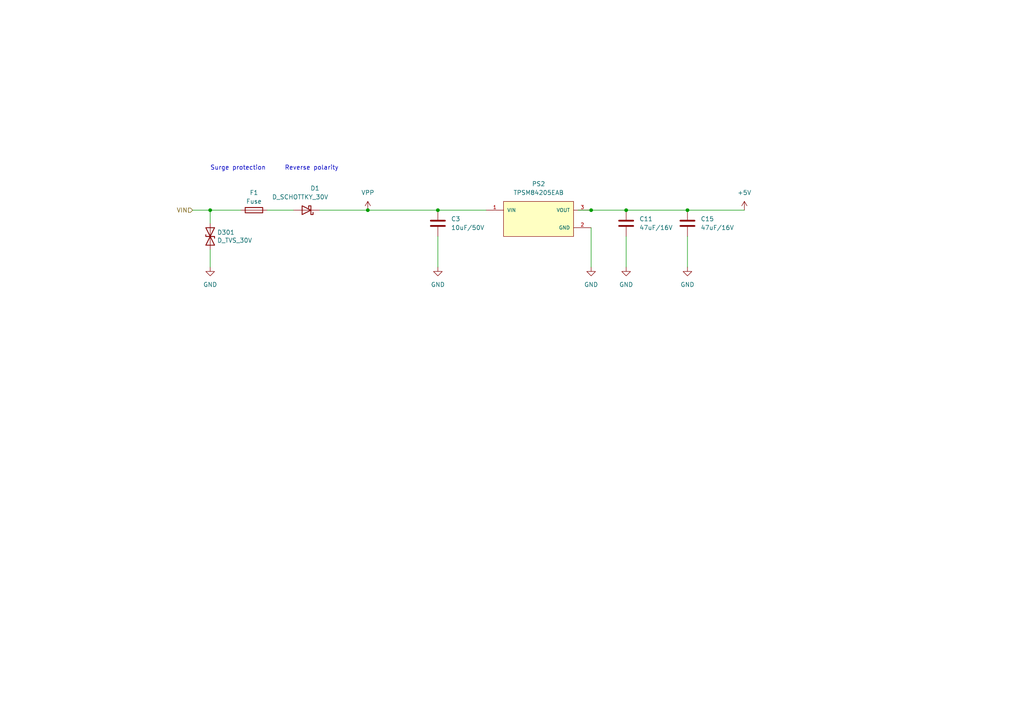
<source format=kicad_sch>
(kicad_sch (version 20230121) (generator eeschema)
  (paper "A4")
  (lib_symbols
    (symbol "Device:C" (pin_numbers hide) (pin_names (offset 0.254))
      (property "Reference" "C" (at 0.635 2.54 0))
      (property "Value" "C" (at 0.635 -2.54 0))
      (symbol "C_0_1"
        (polyline (pts (xy -2.032 -0.762) (xy 2.032 -0.762)) (stroke (width 0.508)))
        (polyline (pts (xy -2.032 0.762) (xy 2.032 0.762)) (stroke (width 0.508)))
      )
      (symbol "C_1_1"
        (pin passive line (at 0 3.81 270) (length 2.794) (name "~") (number "1"))
        (pin passive line (at 0 -3.81 90) (length 2.794) (name "~") (number "2"))
      )
    )
    (symbol "Device:D_Schottky" (pin_numbers hide) (pin_names (offset 1.016) hide)
      (property "Reference" "D" (at 0 2.54 0))
      (property "Value" "D_Schottky" (at 0 -2.54 0))
      (symbol "D_Schottky_0_1"
        (polyline (pts (xy 1.27 0) (xy -1.27 0)))
        (polyline (pts (xy 1.27 1.27) (xy 1.27 -1.27) (xy -1.27 0) (xy 1.27 1.27)) (stroke (width 0.254)))
        (polyline (pts (xy -1.905 0.635) (xy -1.905 1.27) (xy -1.27 1.27) (xy -1.27 -1.27) (xy -0.635 -1.27) (xy -0.635 -0.635)) (stroke (width 0.254)))
      )
      (symbol "D_Schottky_1_1"
        (pin passive line (at -3.81 0 0) (length 2.54) (name "K") (number "1"))
        (pin passive line (at 3.81 0 180) (length 2.54) (name "A") (number "2"))
      )
    )
    (symbol "Device:D_TVS" (pin_numbers hide) (pin_names (offset 1.016) hide)
      (property "Reference" "D" (at 0 2.54 0))
      (property "Value" "D_TVS" (at 0 -2.54 0))
      (symbol "D_TVS_0_1"
        (polyline (pts (xy 1.27 0) (xy -1.27 0)))
        (polyline (pts (xy 0.508 1.27) (xy 0 1.27) (xy 0 -1.27) (xy -0.508 -1.27)) (stroke (width 0.254)))
        (polyline (pts (xy -2.54 1.27) (xy -2.54 -1.27) (xy 2.54 1.27) (xy 2.54 -1.27) (xy -2.54 1.27)) (stroke (width 0.254)))
      )
      (symbol "D_TVS_1_1"
        (pin passive line (at -3.81 0 0) (length 2.54) (name "A1") (number "1"))
        (pin passive line (at 3.81 0 180) (length 2.54) (name "A2") (number "2"))
      )
    )
    (symbol "Device:Fuse" (pin_numbers hide) (pin_names (offset 0))
      (property "Reference" "F" (at 2.032 0 90))
      (property "Value" "Fuse" (at -1.905 0 90))
      (symbol "Fuse_0_1"
        (rectangle (start -0.762 -2.54) (end 0.762 2.54) (stroke (width 0.254)))
        (polyline (pts (xy 0 2.54) (xy 0 -2.54)))
      )
      (symbol "Fuse_1_1"
        (pin passive line (at 0 3.81 270) (length 1.27) (name "~") (number "1"))
        (pin passive line (at 0 -3.81 90) (length 1.27) (name "~") (number "2"))
      )
    )
    (symbol "TPSM84205EAB:TPSM84205EAB" (pin_names (offset 1.016))
      (property "Reference" "PS" (at -10.16 5.588 0))
      (property "Value" "TPSM84205EAB" (at -10.16 -7.62 0))
      (symbol "TPSM84205EAB_0_0"
        (rectangle (start -10.16 -5.08) (end 10.16 5.08) (stroke (width 0.1524)) (fill (type background)))
        (pin input line (at -15.24 2.54 0) (length 5.08) (name "VIN") (number "1"))
        (pin power_in line (at 15.24 -2.54 180) (length 5.08) (name "GND") (number "2"))
        (pin output line (at 15.24 2.54 180) (length 5.08) (name "VOUT") (number "3"))
      )
    )
    (symbol "power:+5V" (power) (pin_names (offset 0))
      (property "Value" "+5V" (at 0 3.556 0))
      (symbol "+5V_0_1"
        (polyline (pts (xy -0.762 1.27) (xy 0 2.54)))
        (polyline (pts (xy 0 0) (xy 0 2.54)))
        (polyline (pts (xy 0 2.54) (xy 0.762 1.27)))
      )
      (symbol "+5V_1_1"
        (pin power_in line (at 0 0 90) (length 0) hide (name "+5V") (number "1"))
      )
    )
    (symbol "power:GND" (power) (pin_names (offset 0))
      (property "Value" "GND" (at 0 -3.81 0))
      (symbol "GND_0_1"
        (polyline (pts (xy 0 0) (xy 0 -1.27) (xy 1.27 -1.27) (xy 0 -2.54) (xy -1.27 -1.27) (xy 0 -1.27)))
      )
      (symbol "GND_1_1"
        (pin power_in line (at 0 0 270) (length 0) hide (name "GND") (number "1"))
      )
    )
    (symbol "power:VPP" (power) (pin_names (offset 0))
      (property "Value" "VPP" (at 0 3.81 0))
      (symbol "VPP_0_1"
        (polyline (pts (xy -0.762 1.27) (xy 0 2.54)))
        (polyline (pts (xy 0 0) (xy 0 2.54)))
        (polyline (pts (xy 0 2.54) (xy 0.762 1.27)))
      )
      (symbol "VPP_1_1"
        (pin power_in line (at 0 0 90) (length 0) hide (name "VPP") (number "1"))
      )
    )
  )
  (junction (at 199.39 60.96))
  (junction (at 181.61 60.96))
  (junction (at 127 60.96))
  (junction (at 171.45 60.96))
  (junction (at 106.68 60.96))
  (junction (at 60.96 60.96))
  (wire (pts (xy 77.47 60.96) (xy 85.09 60.96)))
  (wire (pts (xy 106.68 60.96) (xy 127 60.96)))
  (wire (pts (xy 215.9 60.96) (xy 199.39 60.96)))
  (wire (pts (xy 167.64 60.96) (xy 171.45 60.96)))
  (wire (pts (xy 181.61 68.58) (xy 181.61 77.47)))
  (wire (pts (xy 181.61 60.96) (xy 199.39 60.96)))
  (wire (pts (xy 92.71 60.96) (xy 106.68 60.96)))
  (wire (pts (xy 55.88 60.96) (xy 60.96 60.96)))
  (wire (pts (xy 171.45 66.04) (xy 171.45 77.47)))
  (wire (pts (xy 127 60.96) (xy 140.97 60.96)))
  (wire (pts (xy 127 77.47) (xy 127 68.58)))
  (wire (pts (xy 171.45 60.96) (xy 181.61 60.96)))
  (wire (pts (xy 60.96 64.77) (xy 60.96 60.96)))
  (wire (pts (xy 199.39 68.58) (xy 199.39 77.47)))
  (wire (pts (xy 60.96 77.47) (xy 60.96 72.39)))
  (wire (pts (xy 60.96 60.96) (xy 69.85 60.96)))
  (text "Surge protection" (at 60.96 49.53 0) (effects (font (size 1.27 1.27)) (justify left bottom)))
  (text "Reverse polarity" (at 82.55 49.53 0) (effects (font (size 1.27 1.27)) (justify left bottom)))
  (hierarchical_label "VIN" (shape input) (at 55.88 60.96 180))
  (symbol (lib_id "power:GND") (at 60.96 77.47 0) (unit 1)
    (property "Reference" "#PWR023" (effects hide))
    (property "Value" "GND" (at 60.96 82.55 0))
  )
  (symbol (lib_id "Device:C") (at 199.39 64.77 0) (unit 1)
    (property "Reference" "C15" (at 203.2 63.5 0) (effects (justify left)))
    (property "Value" "47uF/16V" (at 203.2 66.04 0) (effects (justify left)))
    (property "Footprint" "Capacitor_SMD:C_0805_2012Metric" (effects hide))
  )
  (symbol (lib_id "Device:D_TVS") (at 60.96 68.58 270) (unit 1)
    (property "Reference" "D301" (at 62.9666 67.4116 90) (effects (justify left)))
    (property "Value" "D_TVS_30V" (at 62.9666 69.723 90) (effects (justify left)))
    (property "Footprint" "Diode_SMD:D_SMB" (effects hide))
    (property "LCSC" "C114000" (effects hide))
    (property "PartNum" "SMBJ33CA" (effects hide))
    (instances (project "AOZ1280CI" (path "" (reference "D301") (unit 1))) (project "esp32-multitool" (path "" (reference "D6") (unit 1))))
  )
  (symbol (lib_id "Device:C") (at 181.61 64.77 0) (unit 1)
    (property "Reference" "C11" (at 185.42 63.5 0) (effects (justify left)))
    (property "Value" "47uF/16V" (at 185.42 66.04 0) (effects (justify left)))
    (property "Footprint" "Capacitor_SMD:C_0805_2012Metric" (effects hide))
  )
  (symbol (lib_id "power:GND") (at 127 77.47 0) (unit 1)
    (property "Reference" "#PWR017" (effects hide))
    (property "Value" "GND" (at 127 82.55 0))
  )
  (symbol (lib_id "power:GND") (at 199.39 77.47 0) (unit 1)
    (property "Reference" "#PWR021" (effects hide))
    (property "Value" "GND" (at 199.39 82.55 0))
  )
  (symbol (lib_id "Device:Fuse") (at 73.66 60.96 90) (unit 1)
    (property "Reference" "F1" (at 73.66 55.88 90))
    (property "Value" "Fuse" (at 73.66 58.42 90))
    (property "Footprint" "Fuse:Fuse_Bourns_MF-RG300" (effects hide))
  )
  (symbol (lib_id "power:VPP") (at 106.68 60.96 0) (unit 1)
    (property "Reference" "#PWR026" (effects hide))
    (property "Value" "VPP" (at 106.68 55.88 0))
  )
  (symbol (lib_id "TPSM84205EAB:TPSM84205EAB") (at 156.21 63.5 0) (unit 1)
    (property "Reference" "PS2" (at 156.21 53.34 0))
    (property "Value" "TPSM84205EAB" (at 156.21 55.88 0))
    (property "Footprint" "TPSM84205EAB:TPSM84205EAB" (effects hide))
    (property "STANDARD" "Manufacturer Recommendations" (effects hide))
    (property "MAXIMUM_PACKAGE_HEIGHT" "11.1mm" (effects hide))
    (property "MANUFACTURER" "Texas Instruments" (effects hide))
  )
  (symbol (lib_id "power:+5V") (at 215.9 60.96 0) (unit 1)
    (property "Reference" "#PWR022" (effects hide))
    (property "Value" "+5V" (at 215.9 55.88 0))
  )
  (symbol (lib_id "power:GND") (at 181.61 77.47 0) (unit 1)
    (property "Reference" "#PWR020" (effects hide))
    (property "Value" "GND" (at 181.61 82.55 0))
  )
  (symbol (lib_id "Device:C") (at 127 64.77 0) (unit 1)
    (property "Reference" "C3" (at 130.81 63.5 0) (effects (justify left)))
    (property "Value" "10uF/50V" (at 130.81 66.04 0) (effects (justify left)))
    (property "Footprint" "Capacitor_SMD:C_0805_2012Metric" (effects hide))
  )
  (symbol (lib_id "Device:D_Schottky") (at 88.9 60.96 180) (unit 1)
    (property "Reference" "D1" (at 92.71 54.61 0) (effects (justify left)))
    (property "Value" "D_SCHOTTKY_30V" (at 95.25 57.15 0) (effects (justify left)))
    (property "Footprint" "Diode_SMD:D_SOD-123" (effects hide))
    (property "Notes" "B5819W" (effects hide))
    (property "LCSC" "C8598" (effects hide))
    (instances (project "AOZ1280CI" (path "" (reference "D1") (unit 1))) (project "esp32-multitool" (path "" (reference "D7") (unit 1))))
  )
  (symbol (lib_id "power:GND") (at 171.45 77.47 0) (unit 1)
    (property "Reference" "#PWR018" (effects hide))
    (property "Value" "GND" (at 171.45 82.55 0))
  )
)
</source>
